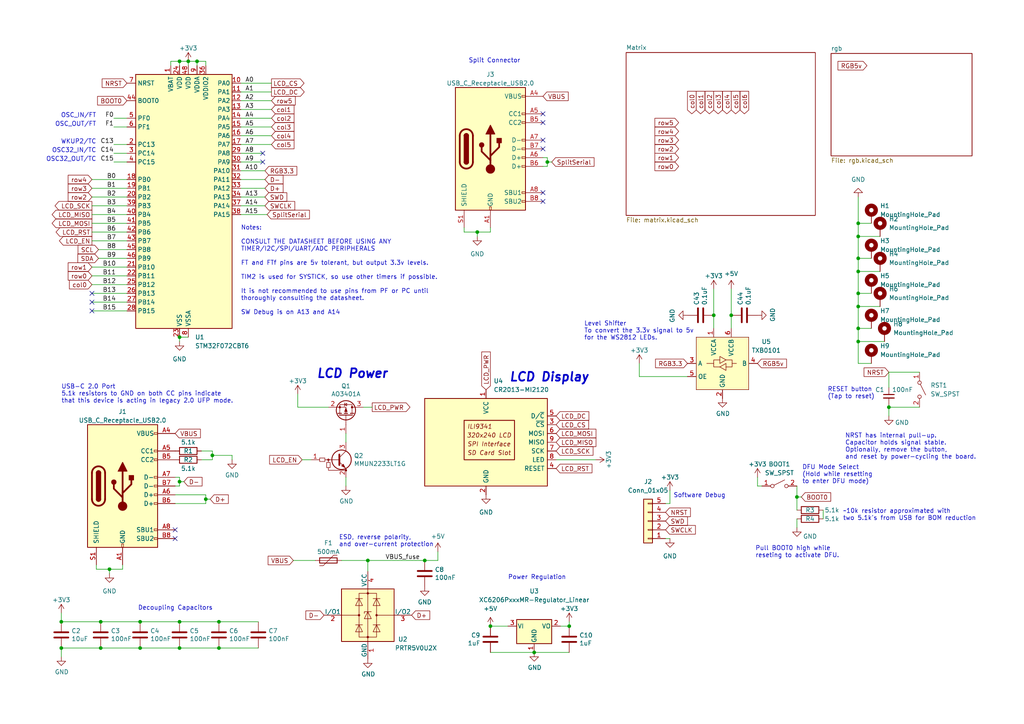
<source format=kicad_sch>
(kicad_sch (version 20231120) (generator "eeschema") (generator_version "8.0")
  (paper "A4")
  (lib_symbols
    (symbol "+5V_1" (power) (pin_names (offset 0))
      (property "Value" "+5V_1" (at 0 3.556 0))
      (symbol "+5V_1_1_1"
        (pin power_in line (at 0 0 90) (length 0) hide (name "+5V") (number "1"))
      )
    )
    (symbol "Connector:USB_C_Receptacle_USB2.0" (pin_names (offset 1.016))
      (property "Reference" "J" (at -10.16 19.05 0))
      (property "Value" "USB_C_Receptacle_USB2.0" (at 19.05 19.05 0))
      (symbol "USB_C_Receptacle_USB2.0_1_1"
        (pin passive line (at 0 -22.86 90) (length 5.08) (name "GND") (number "A1"))
        (pin passive line (at 0 -22.86 90) (length 5.08) hide (name "GND") (number "A12"))
        (pin passive line (at 15.24 15.24 180) (length 5.08) (name "VBUS") (number "A4"))
        (pin bidirectional line (at 15.24 10.16 180) (length 5.08) (name "CC1") (number "A5"))
        (pin bidirectional line (at 15.24 -2.54 180) (length 5.08) (name "D+") (number "A6"))
        (pin bidirectional line (at 15.24 2.54 180) (length 5.08) (name "D-") (number "A7"))
        (pin bidirectional line (at 15.24 -12.7 180) (length 5.08) (name "SBU1") (number "A8"))
        (pin passive line (at 15.24 15.24 180) (length 5.08) hide (name "VBUS") (number "A9"))
        (pin passive line (at 0 -22.86 90) (length 5.08) hide (name "GND") (number "B1"))
        (pin passive line (at 0 -22.86 90) (length 5.08) hide (name "GND") (number "B12"))
        (pin passive line (at 15.24 15.24 180) (length 5.08) hide (name "VBUS") (number "B4"))
        (pin bidirectional line (at 15.24 7.62 180) (length 5.08) (name "CC2") (number "B5"))
        (pin bidirectional line (at 15.24 -5.08 180) (length 5.08) (name "D+") (number "B6"))
        (pin bidirectional line (at 15.24 0 180) (length 5.08) (name "D-") (number "B7"))
        (pin bidirectional line (at 15.24 -15.24 180) (length 5.08) (name "SBU2") (number "B8"))
        (pin passive line (at 15.24 15.24 180) (length 5.08) hide (name "VBUS") (number "B9"))
        (pin passive line (at -7.62 -22.86 90) (length 5.08) (name "SHIELD") (number "S1"))
      )
    )
    (symbol "Connector_Generic:Conn_01x05" (pin_names (offset 1.016) hide)
      (property "Reference" "J" (at 0 7.62 0))
      (property "Value" "Conn_01x05" (at 0 -7.62 0))
      (symbol "Conn_01x05_1_1"
        (pin passive line (at -5.08 5.08 0) (length 3.81) (name "Pin_1") (number "1"))
        (pin passive line (at -5.08 2.54 0) (length 3.81) (name "Pin_2") (number "2"))
        (pin passive line (at -5.08 0 0) (length 3.81) (name "Pin_3") (number "3"))
        (pin passive line (at -5.08 -2.54 0) (length 3.81) (name "Pin_4") (number "4"))
        (pin passive line (at -5.08 -5.08 0) (length 3.81) (name "Pin_5") (number "5"))
      )
    )
    (symbol "Device:C" (pin_numbers hide) (pin_names (offset 0.254))
      (property "Reference" "C" (at 0.635 2.54 0))
      (property "Value" "C" (at 0.635 -2.54 0))
      (symbol "C_1_1"
        (pin passive line (at 0 3.81 270) (length 2.794) (name "~") (number "1"))
        (pin passive line (at 0 -3.81 90) (length 2.794) (name "~") (number "2"))
      )
    )
    (symbol "Device:C_Small" (pin_numbers hide) (pin_names (offset 0.254) hide)
      (property "Reference" "C" (at 0.254 1.778 0))
      (property "Value" "C_Small" (at 0.254 -2.032 0))
      (symbol "C_Small_1_1"
        (pin passive line (at 0 2.54 270) (length 2.032) (name "~") (number "1"))
        (pin passive line (at 0 -2.54 90) (length 2.032) (name "~") (number "2"))
      )
    )
    (symbol "Device:Polyfuse" (pin_numbers hide) (pin_names (offset 0))
      (property "Reference" "F" (at -2.54 0 90))
      (property "Value" "Polyfuse" (at 2.54 0 90))
      (symbol "Polyfuse_1_1"
        (pin passive line (at 0 3.81 270) (length 1.27) (name "~") (number "1"))
        (pin passive line (at 0 -3.81 90) (length 1.27) (name "~") (number "2"))
      )
    )
    (symbol "Device:Q_NPN_BEC_BRT" (pin_names hide)
      (property "Reference" "Q" (at 3.81 1.27 0))
      (property "Value" "Q_NPN_BEC_BRT" (at 3.81 -1.27 0))
      (symbol "Q_NPN_BEC_BRT_1_1"
        (pin input line (at -8.89 0 0) (length 2.54) (name "B") (number "1"))
        (pin passive line (at 1.27 -5.08 90) (length 2.54) (name "E") (number "2"))
        (pin passive line (at 1.27 5.08 270) (length 2.54) (name "C") (number "3"))
      )
    )
    (symbol "Device:R" (pin_numbers hide) (pin_names (offset 0))
      (property "Reference" "R" (at 2.032 0 90))
      (property "Value" "R" (at 0 0 90))
      (symbol "R_1_1"
        (pin passive line (at 0 3.81 270) (length 1.27) (name "~") (number "1"))
        (pin passive line (at 0 -3.81 90) (length 1.27) (name "~") (number "2"))
      )
    )
    (symbol "Djinn-rescue:GND-power" (power) (pin_names (offset 0))
      (property "Value" "power_GND" (at 0 -3.81 0))
      (symbol "GND-power_1_1"
        (pin power_in line (at 0 0 270) (length 0) hide (name "GND") (number "1"))
      )
    )
    (symbol "Driver_Display:CR2013-MI2120" (pin_names (offset 0.762))
      (property "Reference" "U4" (at 2.1941 17.78 0))
      (property "Value" "CR2013-MI2120" (at 2.1941 15.24 0))
      (symbol "CR2013-MI2120_0_0"
        (text "320x240 LCD" (at 0.889 2.032 0) (effects (font (size 1.27 1.27) (italic yes))))
        (text "ILI9341" (at -5.461 4.572 0) (effects (font (size 1.27 1.27) (italic yes)) (justify left)))
        (text "SD Card Slot" (at -5.461 -3.048 0) (effects (font (size 1.27 1.27) (italic yes)) (justify left)))
        (text "SPI Interface" (at -5.461 -0.508 0) (effects (font (size 1.27 1.27) (italic yes)) (justify left)))
      )
      (symbol "CR2013-MI2120_1_1"
        (pin power_in line (at 0 15.24 270) (length 2.54) (name "VCC") (number "1"))
        (pin power_in line (at 0 -15.24 90) (length 2.54) (name "GND") (number "2"))
        (pin input line (at 20.32 5.08 180) (length 2.54) (name "~{CS}") (number "3"))
        (pin input line (at 20.32 -7.62 180) (length 2.54) (name "RESET") (number "4"))
        (pin input line (at 20.32 7.62 180) (length 2.54) (name "D/~{C}") (number "5"))
        (pin input line (at 20.32 2.54 180) (length 2.54) (name "MOSI") (number "6"))
        (pin input line (at 20.32 -2.54 180) (length 2.54) (name "SCK") (number "7"))
        (pin input line (at 20.32 -5.08 180) (length 2.54) (name "LED") (number "8"))
        (pin output line (at 20.32 0 180) (length 2.54) (name "MISO") (number "9"))
      )
    )
    (symbol "GND_1" (power) (pin_numbers hide) (pin_names (offset 0) hide)
      (property "Value" "GND" (at 0 -3.81 0))
      (symbol "GND_1_1_1"
        (pin power_in line (at 0 0 270) (length 0) (name "~") (number "1"))
      )
    )
    (symbol "MCU_ST_STM32F0:STM32F072CBTx"
      (property "Reference" "U" (at -12.7 39.37 0))
      (property "Value" "STM32F072CBTx" (at 10.16 39.37 0))
      (symbol "STM32F072CBTx_1_1"
        (pin power_in line (at -2.54 40.64 270) (length 2.54) (name "VBAT") (number "1"))
        (pin bidirectional line (at 17.78 35.56 180) (length 2.54) (name "PA0") (number "10"))
        (pin bidirectional line (at 17.78 33.02 180) (length 2.54) (name "PA1") (number "11"))
        (pin bidirectional line (at 17.78 30.48 180) (length 2.54) (name "PA2") (number "12"))
        (pin bidirectional line (at 17.78 27.94 180) (length 2.54) (name "PA3") (number "13"))
        (pin bidirectional line (at 17.78 25.4 180) (length 2.54) (name "PA4") (number "14"))
        (pin bidirectional line (at 17.78 22.86 180) (length 2.54) (name "PA5") (number "15"))
        (pin bidirectional line (at 17.78 20.32 180) (length 2.54) (name "PA6") (number "16"))
        (pin bidirectional line (at 17.78 17.78 180) (length 2.54) (name "PA7") (number "17"))
        (pin bidirectional line (at -15.24 7.62 0) (length 2.54) (name "PB0") (number "18"))
        (pin bidirectional line (at -15.24 5.08 0) (length 2.54) (name "PB1") (number "19"))
        (pin bidirectional line (at -15.24 17.78 0) (length 2.54) (name "PC13") (number "2"))
        (pin bidirectional line (at -15.24 2.54 0) (length 2.54) (name "PB2") (number "20"))
        (pin bidirectional line (at -15.24 -17.78 0) (length 2.54) (name "PB10") (number "21"))
        (pin bidirectional line (at -15.24 -20.32 0) (length 2.54) (name "PB11") (number "22"))
        (pin power_in line (at 0 -38.1 90) (length 2.54) (name "VSS") (number "23"))
        (pin power_in line (at 0 40.64 270) (length 2.54) (name "VDD") (number "24"))
        (pin bidirectional line (at -15.24 -22.86 0) (length 2.54) (name "PB12") (number "25"))
        (pin bidirectional line (at -15.24 -25.4 0) (length 2.54) (name "PB13") (number "26"))
        (pin bidirectional line (at -15.24 -27.94 0) (length 2.54) (name "PB14") (number "27"))
        (pin bidirectional line (at -15.24 -30.48 0) (length 2.54) (name "PB15") (number "28"))
        (pin bidirectional line (at 17.78 15.24 180) (length 2.54) (name "PA8") (number "29"))
        (pin bidirectional line (at -15.24 15.24 0) (length 2.54) (name "PC14") (number "3"))
        (pin bidirectional line (at 17.78 12.7 180) (length 2.54) (name "PA9") (number "30"))
        (pin bidirectional line (at 17.78 10.16 180) (length 2.54) (name "PA10") (number "31"))
        (pin bidirectional line (at 17.78 7.62 180) (length 2.54) (name "PA11") (number "32"))
        (pin bidirectional line (at 17.78 5.08 180) (length 2.54) (name "PA12") (number "33"))
        (pin bidirectional line (at 17.78 2.54 180) (length 2.54) (name "PA13") (number "34"))
        (pin passive line (at 0 -38.1 90) (length 2.54) hide (name "VSS") (number "35"))
        (pin power_in line (at 7.62 40.64 270) (length 2.54) (name "VDDIO2") (number "36"))
        (pin bidirectional line (at 17.78 0 180) (length 2.54) (name "PA14") (number "37"))
        (pin bidirectional line (at 17.78 -2.54 180) (length 2.54) (name "PA15") (number "38"))
        (pin bidirectional line (at -15.24 0 0) (length 2.54) (name "PB3") (number "39"))
        (pin bidirectional line (at -15.24 12.7 0) (length 2.54) (name "PC15") (number "4"))
        (pin bidirectional line (at -15.24 -2.54 0) (length 2.54) (name "PB4") (number "40"))
        (pin bidirectional line (at -15.24 -5.08 0) (length 2.54) (name "PB5") (number "41"))
        (pin bidirectional line (at -15.24 -7.62 0) (length 2.54) (name "PB6") (number "42"))
        (pin bidirectional line (at -15.24 -10.16 0) (length 2.54) (name "PB7") (number "43"))
        (pin input line (at -15.24 30.48 0) (length 2.54) (name "BOOT0") (number "44"))
        (pin bidirectional line (at -15.24 -12.7 0) (length 2.54) (name "PB8") (number "45"))
        (pin bidirectional line (at -15.24 -15.24 0) (length 2.54) (name "PB9") (number "46"))
        (pin passive line (at 0 -38.1 90) (length 2.54) hide (name "VSS") (number "47"))
        (pin power_in line (at 2.54 40.64 270) (length 2.54) (name "VDD") (number "48"))
        (pin bidirectional line (at -15.24 25.4 0) (length 2.54) (name "PF0") (number "5"))
        (pin bidirectional line (at -15.24 22.86 0) (length 2.54) (name "PF1") (number "6"))
        (pin input line (at -15.24 35.56 0) (length 2.54) (name "NRST") (number "7"))
        (pin power_in line (at 2.54 -38.1 90) (length 2.54) (name "VSSA") (number "8"))
        (pin power_in line (at 5.08 40.64 270) (length 2.54) (name "VDDA") (number "9"))
      )
    )
    (symbol "Mechanical:MountingHole_Pad" (pin_numbers hide) (pin_names (offset 1.016) hide) (exclude_from_sim yes) (in_bom no)
      (property "Reference" "H" (at 0 6.35 0))
      (property "Value" "MountingHole_Pad" (at 0 4.445 0))
      (symbol "MountingHole_Pad_1_1"
        (pin input line (at 0 -2.54 90) (length 2.54) (name "1") (number "1"))
      )
    )
    (symbol "PCM_marbastlib-various:TXB0101"
      (property "Reference" "U" (at -6.35 11.43 0))
      (property "Value" "TXB0101" (at 3.81 11.43 0))
      (symbol "TXB0101_1_1"
        (pin power_in line (at -2.54 12.7 270) (length 2.54) (name "VCCA") (number "1"))
        (pin power_in line (at 0 -7.62 90) (length 2.54) (name "GND") (number "2"))
        (pin bidirectional line (at -10.16 2.54 0) (length 2.54) (name "A") (number "3"))
        (pin bidirectional line (at 10.16 2.54 180) (length 2.54) (name "B") (number "4"))
        (pin input line (at -10.16 -1.27 0) (length 2.54) (name "OE") (number "5"))
        (pin power_in line (at 2.54 12.7 270) (length 2.54) (name "VCCB") (number "6"))
      )
    )
    (symbol "Power_Protection:PRTR5V0U2X" (pin_names (offset 0))
      (property "Reference" "D" (at 2.794 8.636 0))
      (property "Value" "PRTR5V0U2X" (at 8.128 -9.398 0))
      (symbol "PRTR5V0U2X_1_1"
        (pin passive line (at 0 -12.7 90) (length 5.08) (name "GND") (number "1"))
        (pin passive line (at -12.7 0 0) (length 5.08) (name "I/O1") (number "2"))
        (pin passive line (at 12.7 0 180) (length 5.08) (name "I/O2") (number "3"))
        (pin passive line (at 0 12.7 270) (length 5.08) (name "VCC") (number "4"))
      )
    )
    (symbol "Switch:SW_SPST" (pin_names (offset 0) hide)
      (property "Reference" "SW" (at 0 3.175 0))
      (property "Value" "SW_SPST" (at 0 -2.54 0))
      (symbol "SW_SPST_1_1"
        (pin passive line (at -5.08 0 0) (length 2.54) (name "A") (number "1"))
        (pin passive line (at 5.08 0 180) (length 2.54) (name "B") (number "2"))
      )
    )
    (symbol "Transistor_FET:AO3401A" (pin_names hide)
      (property "Reference" "Q" (at 5.08 1.905 0))
      (property "Value" "AO3401A" (at 5.08 0 0))
      (symbol "AO3401A_1_1"
        (pin input line (at -5.08 0 0) (length 2.54) (name "G") (number "1"))
        (pin passive line (at 2.54 -5.08 90) (length 2.54) (name "S") (number "2"))
        (pin passive line (at 2.54 5.08 270) (length 2.54) (name "D") (number "3"))
      )
    )
    (symbol "kicad-keyboard-parts:XC6206PxxxMR-Regulator_Linear" (pin_names (offset 0.254))
      (property "Reference" "U" (at -3.81 3.175 0))
      (property "Value" "XC6206PxxxMR-Regulator_Linear" (at 0 3.175 0))
      (property "LCSC" "C5446" (at 0 0 0))
      (symbol "XC6206PxxxMR-Regulator_Linear_1_1"
        (pin power_in line (at 0 -7.62 90) (length 2.54) (name "GND") (number "1"))
        (pin power_out line (at 7.62 0 180) (length 2.54) (name "VO") (number "2"))
        (pin power_in line (at -7.62 0 0) (length 2.54) (name "VI") (number "3"))
      )
    )
    (symbol "power:+3V3" (power) (pin_names (offset 0))
      (property "Value" "+3V3" (at 0 3.556 0))
      (symbol "+3V3_1_1"
        (pin power_in line (at 0 0 90) (length 0) hide (name "+3V3") (number "1"))
      )
    )
    (symbol "power:+5V" (power) (pin_names (offset 0))
      (property "Value" "+5V" (at 0 3.556 0))
      (symbol "+5V_1_1"
        (pin power_in line (at 0 0 90) (length 0) hide (name "+5V") (number "1"))
      )
    )
    (symbol "power:GND" (power) (pin_names (offset 0))
      (property "Value" "GND" (at 0 -3.81 0))
      (symbol "GND_1_1"
        (pin power_in line (at 0 0 270) (length 0) hide (name "GND") (number "1"))
      )
    )
  )
  (junction (at 17.78 180.34))
  (junction (at 248.92 74.93))
  (junction (at 207.01 91.44))
  (junction (at 138.43 67.31))
  (junction (at 61.595 132.08))
  (junction (at 52.07 17.78))
  (junction (at 54.61 17.78))
  (junction (at 59.69 144.78))
  (junction (at 52.07 139.7))
  (junction (at 248.92 95.25))
  (junction (at 52.07 180.34))
  (junction (at 106.68 162.56))
  (junction (at 17.78 187.96))
  (junction (at 52.07 97.79))
  (junction (at 29.21 180.34))
  (junction (at 248.92 78.74))
  (junction (at 63.5 180.34))
  (junction (at 248.92 64.77))
  (junction (at 29.21 187.96))
  (junction (at 248.92 88.9))
  (junction (at 231.14 144.145))
  (junction (at 212.09 91.44))
  (junction (at 248.92 85.09))
  (junction (at 40.64 180.34))
  (junction (at 154.94 189.23) (diameter 0.9144))
  (junction (at 40.64 187.96))
  (junction (at 123.19 162.56))
  (junction (at 63.5 187.96))
  (junction (at 57.15 17.78))
  (junction (at 52.07 187.96))
  (junction (at 257.81 118.11))
  (junction (at 165.1 181.61))
  (junction (at 248.92 99.06))
  (junction (at 31.75 165.1))
  (junction (at 248.92 68.58))
  (junction (at 142.24 181.61))
  (junction (at 158.75 46.99))
  (no_connect (at 76.2 46.99))
  (no_connect (at 157.48 43.18))
  (no_connect (at 50.8 153.67))
  (no_connect (at 157.48 58.42))
  (no_connect (at 26.67 90.17))
  (no_connect (at 50.8 156.21))
  (no_connect (at 26.67 87.63))
  (no_connect (at 157.48 33.02))
  (no_connect (at 157.48 35.56))
  (no_connect (at 157.48 40.64))
  (no_connect (at 157.48 55.88))
  (no_connect (at 26.67 85.09))
  (no_connect (at 76.2 44.45))
  (wire (pts (xy 248.92 88.9) (xy 248.92 85.09)))
  (wire (pts (xy 69.85 44.45) (xy 76.2 44.45)))
  (wire (pts (xy 69.85 39.37) (xy 78.74 39.37)))
  (wire (pts (xy 63.5 187.96) (xy 74.93 187.96)))
  (wire (pts (xy 123.19 162.56) (xy 127 162.56)))
  (wire (pts (xy 248.92 95.25) (xy 248.92 88.9)))
  (wire (pts (xy 138.43 68.58) (xy 138.43 67.31)))
  (wire (pts (xy 17.78 177.8) (xy 17.78 180.34)))
  (wire (pts (xy 26.67 80.01) (xy 36.83 80.01)))
  (wire (pts (xy 248.92 57.15) (xy 248.92 64.77)))
  (wire (pts (xy 100.33 125.73) (xy 100.33 128.27)))
  (wire (pts (xy 127 160.02) (xy 127 162.56)))
  (wire (pts (xy 40.64 180.34) (xy 29.21 180.34)))
  (wire (pts (xy 52.07 138.43) (xy 52.07 139.7)))
  (wire (pts (xy 67.31 132.08) (xy 67.31 133.35)))
  (wire (pts (xy 207.01 83.82) (xy 207.01 91.44)))
  (wire (pts (xy 69.85 57.15) (xy 76.835 57.15)))
  (wire (pts (xy 248.92 74.93) (xy 248.92 68.58)))
  (wire (pts (xy 248.92 78.74) (xy 248.92 74.93)))
  (wire (pts (xy 59.69 146.05) (xy 59.69 144.78)))
  (wire (pts (xy 50.8 143.51) (xy 59.69 143.51)))
  (wire (pts (xy 33.02 44.45) (xy 36.83 44.45)))
  (wire (pts (xy 26.67 77.47) (xy 36.83 77.47)))
  (wire (pts (xy 26.67 54.61) (xy 36.83 54.61)))
  (wire (pts (xy 26.67 52.07) (xy 36.83 52.07)))
  (wire (pts (xy 29.21 180.34) (xy 17.78 180.34)))
  (wire (pts (xy 40.64 187.96) (xy 52.07 187.96)))
  (wire (pts (xy 194.31 142.24) (xy 194.31 146.05)))
  (wire (pts (xy 52.07 17.78) (xy 52.07 19.05)))
  (wire (pts (xy 17.78 190.5) (xy 17.78 187.96)))
  (wire (pts (xy 69.85 54.61) (xy 76.835 54.61)))
  (wire (pts (xy 185.42 109.22) (xy 199.39 109.22)))
  (wire (pts (xy 33.02 36.83) (xy 36.83 36.83)))
  (wire (pts (xy 61.595 133.35) (xy 61.595 132.08)))
  (wire (pts (xy 248.92 99.06) (xy 248.92 105.41)))
  (wire (pts (xy 248.92 105.41) (xy 252.73 105.41)))
  (wire (pts (xy 28.575 72.39) (xy 36.83 72.39)))
  (wire (pts (xy 26.67 57.15) (xy 36.83 57.15)))
  (wire (pts (xy 134.62 67.31) (xy 138.43 67.31)))
  (wire (pts (xy 86.36 114.3) (xy 86.36 118.11)))
  (wire (pts (xy 33.02 46.99) (xy 36.83 46.99)))
  (wire (pts (xy 154.94 189.23) (xy 165.1 189.23)))
  (wire (pts (xy 231.14 140.97) (xy 231.14 144.145)))
  (wire (pts (xy 52.07 99.06) (xy 52.07 97.79)))
  (wire (pts (xy 26.67 85.09) (xy 36.83 85.09)))
  (wire (pts (xy 248.92 78.74) (xy 255.27 78.74)))
  (wire (pts (xy 61.595 132.08) (xy 67.31 132.08)))
  (wire (pts (xy 26.67 67.31) (xy 36.83 67.31)))
  (wire (pts (xy 165.1 180.34) (xy 165.1 181.61)))
  (wire (pts (xy 69.85 62.23) (xy 77.47 62.23)))
  (wire (pts (xy 52.07 97.79) (xy 54.61 97.79)))
  (wire (pts (xy 69.85 49.53) (xy 76.835 49.53)))
  (wire (pts (xy 52.07 180.34) (xy 63.5 180.34)))
  (wire (pts (xy 248.92 95.25) (xy 248.92 99.06)))
  (wire (pts (xy 194.31 146.05) (xy 193.04 146.05)))
  (wire (pts (xy 157.48 45.72) (xy 158.75 45.72)))
  (wire (pts (xy 26.67 62.23) (xy 36.83 62.23)))
  (wire (pts (xy 49.53 17.78) (xy 52.07 17.78)))
  (wire (pts (xy 26.67 64.77) (xy 36.83 64.77)))
  (wire (pts (xy 50.8 146.05) (xy 59.69 146.05)))
  (wire (pts (xy 100.33 138.43) (xy 100.33 140.97)))
  (wire (pts (xy 69.85 34.29) (xy 78.74 34.29)))
  (wire (pts (xy 238.76 147.955) (xy 238.76 150.495)))
  (wire (pts (xy 52.07 139.7) (xy 52.07 140.97)))
  (wire (pts (xy 69.85 59.69) (xy 76.835 59.69)))
  (wire (pts (xy 26.67 82.55) (xy 36.83 82.55)))
  (wire (pts (xy 52.07 17.78) (xy 54.61 17.78)))
  (wire (pts (xy 185.42 109.22) (xy 185.42 105.41)))
  (wire (pts (xy 212.09 83.82) (xy 212.09 91.44)))
  (wire (pts (xy 49.53 17.78) (xy 49.53 19.05)))
  (wire (pts (xy 256.54 99.06) (xy 248.92 99.06)))
  (wire (pts (xy 33.02 41.91) (xy 36.83 41.91)))
  (wire (pts (xy 142.24 181.61) (xy 147.32 181.61)))
  (wire (pts (xy 162.56 181.61) (xy 165.1 181.61)))
  (wire (pts (xy 85.09 162.56) (xy 91.44 162.56)))
  (wire (pts (xy 40.64 187.96) (xy 29.21 187.96)))
  (wire (pts (xy 257.81 107.95) (xy 257.81 112.395)))
  (wire (pts (xy 231.14 144.145) (xy 231.14 147.955)))
  (wire (pts (xy 90.17 133.35) (xy 87.63 133.35)))
  (wire (pts (xy 26.67 87.63) (xy 36.83 87.63)))
  (wire (pts (xy 50.8 140.97) (xy 52.07 140.97)))
  (wire (pts (xy 158.75 46.99) (xy 160.02 46.99)))
  (wire (pts (xy 231.14 150.495) (xy 231.14 153.035)))
  (wire (pts (xy 257.81 107.95) (xy 266.7 107.95)))
  (wire (pts (xy 134.62 66.04) (xy 134.62 67.31)))
  (wire (pts (xy 29.21 187.96) (xy 17.78 187.96)))
  (wire (pts (xy 69.85 24.13) (xy 78.74 24.13)))
  (wire (pts (xy 257.81 118.11) (xy 266.7 118.11)))
  (wire (pts (xy 35.56 165.1) (xy 35.56 163.83)))
  (wire (pts (xy 59.69 143.51) (xy 59.69 144.78)))
  (wire (pts (xy 193.04 156.21) (xy 194.31 156.21)))
  (wire (pts (xy 248.92 88.9) (xy 255.27 88.9)))
  (wire (pts (xy 69.85 29.21) (xy 78.74 29.21)))
  (wire (pts (xy 27.94 165.1) (xy 31.75 165.1)))
  (wire (pts (xy 106.68 162.56) (xy 123.19 162.56)))
  (wire (pts (xy 69.85 46.99) (xy 76.2 46.99)))
  (wire (pts (xy 158.75 48.26) (xy 158.75 46.99)))
  (wire (pts (xy 248.92 64.77) (xy 252.73 64.77)))
  (wire (pts (xy 40.64 180.34) (xy 52.07 180.34)))
  (wire (pts (xy 231.14 144.145) (xy 232.41 144.145)))
  (wire (pts (xy 52.07 139.7) (xy 53.34 139.7)))
  (wire (pts (xy 57.15 17.78) (xy 54.61 17.78)))
  (wire (pts (xy 59.69 144.78) (xy 60.96 144.78)))
  (wire (pts (xy 158.75 45.72) (xy 158.75 46.99)))
  (wire (pts (xy 59.69 17.78) (xy 59.69 19.05)))
  (wire (pts (xy 69.85 36.83) (xy 78.74 36.83)))
  (wire (pts (xy 154.94 189.23) (xy 142.24 189.23)))
  (wire (pts (xy 28.575 74.93) (xy 36.83 74.93)))
  (wire (pts (xy 50.8 138.43) (xy 52.07 138.43)))
  (wire (pts (xy 69.85 31.75) (xy 78.74 31.75)))
  (wire (pts (xy 54.61 17.78) (xy 54.61 19.05)))
  (wire (pts (xy 220.98 140.97) (xy 219.71 140.97)))
  (wire (pts (xy 63.5 180.34) (xy 74.93 180.34)))
  (wire (pts (xy 31.75 165.1) (xy 35.56 165.1)))
  (wire (pts (xy 26.67 59.69) (xy 36.83 59.69)))
  (wire (pts (xy 248.92 68.58) (xy 255.27 68.58)))
  (wire (pts (xy 207.01 91.44) (xy 207.01 95.25)))
  (wire (pts (xy 69.85 52.07) (xy 76.835 52.07)))
  (wire (pts (xy 33.02 34.29) (xy 36.83 34.29)))
  (wire (pts (xy 31.75 166.37) (xy 31.75 165.1)))
  (wire (pts (xy 105.41 118.11) (xy 107.95 118.11)))
  (wire (pts (xy 57.15 17.78) (xy 57.15 19.05)))
  (wire (pts (xy 142.24 67.31) (xy 142.24 66.04)))
  (wire (pts (xy 86.36 118.11) (xy 95.25 118.11)))
  (wire (pts (xy 58.42 133.35) (xy 61.595 133.35)))
  (wire (pts (xy 252.73 95.25) (xy 248.92 95.25)))
  (wire (pts (xy 69.85 41.91) (xy 78.74 41.91)))
  (wire (pts (xy 52.07 187.96) (xy 63.5 187.96)))
  (wire (pts (xy 27.94 163.83) (xy 27.94 165.1)))
  (wire (pts (xy 257.81 118.11) (xy 257.81 117.475)))
  (wire (pts (xy 248.92 74.93) (xy 252.73 74.93)))
  (wire (pts (xy 138.43 67.31) (xy 142.24 67.31)))
  (wire (pts (xy 212.09 91.44) (xy 212.09 95.25)))
  (wire (pts (xy 26.67 90.17) (xy 36.83 90.17)))
  (wire (pts (xy 58.42 130.81) (xy 61.595 130.81)))
  (wire (pts (xy 248.92 85.09) (xy 248.92 78.74)))
  (wire (pts (xy 248.92 68.58) (xy 248.92 64.77)))
  (wire (pts (xy 257.81 120.65) (xy 257.81 118.11)))
  (wire (pts (xy 161.29 133.35) (xy 172.72 133.35)))
  (wire (pts (xy 219.71 138.43) (xy 219.71 140.97)))
  (wire (pts (xy 106.68 162.56) (xy 106.68 165.735)))
  (wire (pts (xy 99.06 162.56) (xy 106.68 162.56)))
  (wire (pts (xy 26.67 69.85) (xy 36.83 69.85)))
  (wire (pts (xy 61.595 132.08) (xy 61.595 130.81)))
  (wire (pts (xy 157.48 48.26) (xy 158.75 48.26)))
  (wire (pts (xy 69.85 26.67) (xy 78.74 26.67)))
  (wire (pts (xy 248.92 85.09) (xy 252.73 85.09)))
  (wire (pts (xy 57.15 17.78) (xy 59.69 17.78)))
  (text "Decoupling Capacitors" (at 40.005 177.165 0) (effects (font (size 1.27 1.27)) (justify left bottom)))
  (text "~10k resistor approximated with\ntwo 5.1k's from USB for BOM reduction" (at 244.475 151.13 0) (effects (font (size 1.27 1.27)) (justify left bottom)))
  (text "LCD Power" (at 91.694 109.982 0) (effects (font (size 2.54 2.54) (thickness 0.508) (bold yes) (italic yes)) (justify left bottom)))
  (text "Notes:\n\nCONSULT THE DATASHEET BEFORE USING ANY \nTIMER/I2C/SPI/UART/ADC PERIPHERALS\n\nFT and FTf pins are 5v tolerant, but output 3.3v levels.\n\nTIM2 is used for SYSTICK, so use other timers if possible.\n\nIt is not recommended to use pins from PF or PC until\nthoroughly consulting the datasheet.\n\nSW Debug is on A13 and A14" (at 69.85 91.44 0) (effects (font (size 1.27 1.27)) (justify left bottom)))
  (text "RESET button\n(Tap to reset)" (at 240.03 115.824 0) (effects (font (size 1.27 1.27)) (justify left bottom)))
  (text "Power Regulation" (at 147.32 168.275 0) (effects (font (size 1.27 1.27)) (justify left bottom)))
  (text "OSC_IN/FT" (at 27.94 34.29 0) (effects (font (size 1.27 1.27)) (justify right bottom)))
  (text "OSC32_OUT/TC" (at 27.94 46.99 0) (effects (font (size 1.27 1.27)) (justify right bottom)))
  (text "USB-C 2.0 Port\n5.1k resistors to GND on both CC pins indicate\nthat this device is acting in legacy 2.0 UFP mode." (at 17.78 117.094 0) (effects (font (size 1.27 1.27)) (justify left bottom)))
  (text "WKUP2/TC" (at 27.94 41.91 0) (effects (font (size 1.27 1.27)) (justify right bottom)))
  (text "OSC_OUT/FT" (at 27.94 36.83 0) (effects (font (size 1.27 1.27)) (justify right bottom)))
  (text "ESD, reverse polarity,\nand over-current protection" (at 98.298 158.75 0) (effects (font (size 1.27 1.27)) (justify left bottom)))
  (text "Split Connector" (at 135.89 18.415 0) (effects (font (size 1.27 1.27)) (justify left bottom)))
  (text "Software Debug" (at 195.326 144.526 0) (effects (font (size 1.27 1.27)) (justify left bottom)))
  (text "NRST has internal pull-up.\nCapacitor holds signal stable.\nOptionally, remove the button,\nand reset by power-cycling the board." (at 245.11 133.35 0) (effects (font (size 1.27 1.27)) (justify left bottom)))
  (text "OSC32_IN/TC" (at 27.94 44.45 0) (effects (font (size 1.27 1.27)) (justify right bottom)))
  (text "Pull BOOT0 high while \nreseting to activate DFU." (at 219.075 161.925 0) (effects (font (size 1.27 1.27)) (justify left bottom)))
  (text "Level Shifter\nTo convert the 3.3v signal to 5v\nfor the WS2812 LEDs." (at 169.418 98.806 0) (effects (font (size 1.27 1.27)) (justify left bottom)))
  (text "LCD Display" (at 147.574 110.998 0) (effects (font (size 2.54 2.54) (thickness 0.508) (bold yes) (italic yes)) (justify left bottom)))
  (text "DFU Mode Select\n(Hold while resetting\nto enter DFU mode)" (at 232.664 140.462 0) (effects (font (size 1.27 1.27)) (justify left bottom)))
  (label "A0" (at 71.12 24.13 0))
  (label "B11" (at 33.655 80.01 180))
  (label "C13" (at 33.02 41.91 180))
  (label "A6" (at 71.12 39.37 0))
  (label "B4" (at 33.655 62.23 180))
  (label "A7" (at 71.12 41.91 0))
  (label "A4" (at 71.12 34.29 0))
  (label "B2" (at 33.655 57.15 180))
  (label "B8" (at 33.655 72.39 180))
  (label "F0" (at 33.02 34.29 180))
  (label "B13" (at 33.655 85.09 180))
  (label "A3" (at 71.12 31.75 0))
  (label "A10" (at 71.12 49.53 0))
  (label "A9" (at 71.12 46.99 0))
  (label "C14" (at 33.02 44.45 180))
  (label "A2" (at 71.12 29.21 0))
  (label "B5" (at 33.655 64.77 180))
  (label "B0" (at 33.655 52.07 180))
  (label "F1" (at 33.02 36.83 180))
  (label "C15" (at 33.02 46.99 180))
  (label "A8" (at 71.12 44.45 0))
  (label "B1" (at 33.655 54.61 180))
  (label "B7" (at 33.655 69.85 180))
  (label "B10" (at 33.655 77.47 180))
  (label "B9" (at 33.655 74.93 180))
  (label "B6" (at 33.655 67.31 180))
  (label "A13" (at 71.12 57.15 0))
  (label "VBUS_fuse" (at 111.76 162.56 0))
  (label "A1" (at 71.12 26.67 0))
  (label "B3" (at 33.655 59.69 180))
  (label "B15" (at 33.655 90.17 180))
  (label "A5" (at 71.12 36.83 0))
  (label "B14" (at 33.655 87.63 180))
  (label "A15" (at 71.12 62.23 0))
  (label "A14" (at 71.12 59.69 0))
  (label "B12" (at 33.655 82.55 180))
  (global_label "RGB5v" (shape input) (at 219.71 105.41 0) (property "Intersheetrefs" "${INTERSHEET_REFS}" (effects (hide yes))))
  (global_label "SDA" (shape input) (at 28.575 74.93 180) (property "Intersheetrefs" "${INTERSHEET_REFS}" (effects (hide yes))))
  (global_label "LCD_MISO" (shape input) (at 161.29 128.27 0) (property "Intersheetrefs" "${INTERSHEET_REFS}" (effects (hide yes))))
  (global_label "VBUS" (shape input) (at 157.48 27.94 0) (property "Intersheetrefs" "${INTERSHEET_REFS}" (effects (hide yes))))
  (global_label "col3" (shape input) (at 78.74 36.83 0) (property "Intersheetrefs" "${INTERSHEET_REFS}" (effects (hide yes))))
  (global_label "SWD" (shape input) (at 76.835 57.15 0) (property "Intersheetrefs" "${INTERSHEET_REFS}" (effects (hide yes))))
  (global_label "row1" (shape input) (at 196.85 45.72 180) (property "Intersheetrefs" "${INTERSHEET_REFS}" (effects (hide yes))))
  (global_label "LCD_EN" (shape output) (at 26.67 69.85 180) (property "Intersheetrefs" "${INTERSHEET_REFS}" (effects (hide yes))))
  (global_label "row2" (shape input) (at 196.85 43.18 180) (property "Intersheetrefs" "${INTERSHEET_REFS}" (effects (hide yes))))
  (global_label "RGB3.3" (shape input) (at 199.39 105.41 180) (property "Intersheetrefs" "${INTERSHEET_REFS}" (effects (hide yes))))
  (global_label "LCD_PWR" (shape input) (at 140.97 113.03 90) (property "Intersheetrefs" "${INTERSHEET_REFS}" (effects (hide yes))))
  (global_label "SWCLK" (shape input) (at 193.04 153.67 0) (property "Intersheetrefs" "${INTERSHEET_REFS}" (effects (hide yes))))
  (global_label "row5" (shape input) (at 78.74 29.21 0) (property "Intersheetrefs" "${INTERSHEET_REFS}" (effects (hide yes))))
  (global_label "NRST" (shape input) (at 257.81 107.95 180) (property "Intersheetrefs" "${INTERSHEET_REFS}" (effects (hide yes))))
  (global_label "SCL" (shape input) (at 28.575 72.39 180) (property "Intersheetrefs" "${INTERSHEET_REFS}" (effects (hide yes))))
  (global_label "LCD_RST" (shape output) (at 26.67 67.31 180) (property "Intersheetrefs" "${INTERSHEET_REFS}" (effects (hide yes))))
  (global_label "LCD_CS" (shape output) (at 78.74 24.13 0) (property "Intersheetrefs" "${INTERSHEET_REFS}" (effects (hide yes))))
  (global_label "row0" (shape input) (at 26.67 80.01 180) (property "Intersheetrefs" "${INTERSHEET_REFS}" (effects (hide yes))))
  (global_label "VBUS" (shape input) (at 50.8 125.73 0) (property "Intersheetrefs" "${INTERSHEET_REFS}" (effects (hide yes))))
  (global_label "LCD_CS" (shape input) (at 161.29 123.19 0) (property "Intersheetrefs" "${INTERSHEET_REFS}" (effects (hide yes))))
  (global_label "LCD_PWR" (shape output) (at 107.95 118.11 0) (property "Intersheetrefs" "${INTERSHEET_REFS}" (effects (hide yes))))
  (global_label "col6" (shape input) (at 215.9 33.02 90) (property "Intersheetrefs" "${INTERSHEET_REFS}" (effects (hide yes))))
  (global_label "BOOT0" (shape input) (at 232.41 144.145 0) (property "Intersheetrefs" "${INTERSHEET_REFS}" (effects (hide yes))))
  (global_label "LCD_MOSI" (shape output) (at 26.67 64.77 180) (property "Intersheetrefs" "${INTERSHEET_REFS}" (effects (hide yes))))
  (global_label "col5" (shape input) (at 213.36 33.02 90) (property "Intersheetrefs" "${INTERSHEET_REFS}" (effects (hide yes))))
  (global_label "row2" (shape input) (at 26.67 57.15 180) (property "Intersheetrefs" "${INTERSHEET_REFS}" (effects (hide yes))))
  (global_label "BOOT0" (shape input) (at 36.83 29.21 180) (property "Intersheetrefs" "${INTERSHEET_REFS}" (effects (hide yes))))
  (global_label "row4" (shape input) (at 196.85 38.1 180) (property "Intersheetrefs" "${INTERSHEET_REFS}" (effects (hide yes))))
  (global_label "LCD_SCK" (shape output) (at 26.67 59.69 180) (property "Intersheetrefs" "${INTERSHEET_REFS}" (effects (hide yes))))
  (global_label "row3" (shape input) (at 26.67 54.61 180) (property "Intersheetrefs" "${INTERSHEET_REFS}" (effects (hide yes))))
  (global_label "LCD_MISO" (shape output) (at 26.67 62.23 180) (property "Intersheetrefs" "${INTERSHEET_REFS}" (effects (hide yes))))
  (global_label "SWD" (shape input) (at 193.04 151.13 0) (property "Intersheetrefs" "${INTERSHEET_REFS}" (effects (hide yes))))
  (global_label "RGB5v" (shape input) (at 251.46 19.05 180) (property "Intersheetrefs" "${INTERSHEET_REFS}" (effects (hide yes))))
  (global_label "NRST" (shape input) (at 193.04 148.59 0) (property "Intersheetrefs" "${INTERSHEET_REFS}" (effects (hide yes))))
  (global_label "D-" (shape input) (at 53.34 139.7 0) (property "Intersheetrefs" "${INTERSHEET_REFS}" (effects (hide yes))))
  (global_label "LCD_DC" (shape output) (at 78.74 26.67 0) (property "Intersheetrefs" "${INTERSHEET_REFS}" (effects (hide yes))))
  (global_label "col5" (shape input) (at 78.74 41.91 0) (property "Intersheetrefs" "${INTERSHEET_REFS}" (effects (hide yes))))
  (global_label "col2" (shape input) (at 205.74 33.02 90) (property "Intersheetrefs" "${INTERSHEET_REFS}" (effects (hide yes))))
  (global_label "row5" (shape input) (at 196.85 35.56 180) (property "Intersheetrefs" "${INTERSHEET_REFS}" (effects (hide yes))))
  (global_label "row3" (shape input) (at 196.85 40.64 180) (property "Intersheetrefs" "${INTERSHEET_REFS}" (effects (hide yes))))
  (global_label "NRST" (shape input) (at 36.83 24.13 180) (property "Intersheetrefs" "${INTERSHEET_REFS}" (effects (hide yes))))
  (global_label "LCD_MOSI" (shape input) (at 161.29 125.73 0) (property "Intersheetrefs" "${INTERSHEET_REFS}" (effects (hide yes))))
  (global_label "LCD_DC" (shape input) (at 161.29 120.65 0) (property "Intersheetrefs" "${INTERSHEET_REFS}" (effects (hide yes))))
  (global_label "col1" (shape input) (at 78.74 31.75 0) (property "Intersheetrefs" "${INTERSHEET_REFS}" (effects (hide yes))))
  (global_label "col2" (shape input) (at 78.74 34.29 0) (property "Intersheetrefs" "${INTERSHEET_REFS}" (effects (hide yes))))
  (global_label "col3" (shape input) (at 208.28 33.02 90) (property "Intersheetrefs" "${INTERSHEET_REFS}" (effects (hide yes))))
  (global_label "LCD_EN" (shape input) (at 87.63 133.35 180) (property "Intersheetrefs" "${INTERSHEET_REFS}" (effects (hide yes))))
  (global_label "D-" (shape input) (at 76.835 52.07 0) (property "Intersheetrefs" "${INTERSHEET_REFS}" (effects (hide yes))))
  (global_label "RGB3.3" (shape input) (at 76.835 49.53 0) (property "Intersheetrefs" "${INTERSHEET_REFS}" (effects (hide yes))))
  (global_label "row4" (shape input) (at 26.67 52.07 180) (property "Intersheetrefs" "${INTERSHEET_REFS}" (effects (hide yes))))
  (global_label "SplitSerial" (shape input) (at 77.47 62.23 0) (property "Intersheetrefs" "${INTERSHEET_REFS}" (effects (hide yes))))
  (global_label "col0" (shape input) (at 26.67 82.55 180) (property "Intersheetrefs" "${INTERSHEET_REFS}" (effects (hide yes))))
  (global_label "SWCLK" (shape input) (at 76.835 59.69 0) (property "Intersheetrefs" "${INTERSHEET_REFS}" (effects (hide yes))))
  (global_label "col1" (shape input) (at 203.2 33.02 90) (property "Intersheetrefs" "${INTERSHEET_REFS}" (effects (hide yes))))
  (global_label "D+" (shape input) (at 60.96 144.78 0) (property "Intersheetrefs" "${INTERSHEET_REFS}" (effects (hide yes))))
  (global_label "col4" (shape input) (at 210.82 33.02 90) (property "Intersheetrefs" "${INTERSHEET_REFS}" (effects (hide yes))))
  (global_label "col0" (shape input) (at 200.66 33.02 90) (property "Intersheetrefs" "${INTERSHEET_REFS}" (effects (hide yes))))
  (global_label "D+" (shape input) (at 119.38 178.435 0) (property "Intersheetrefs" "${INTERSHEET_REFS}" (effects (hide yes))))
  (global_label "D-" (shape input) (at 93.98 178.435 180) (property "Intersheetrefs" "${INTERSHEET_REFS}" (effects (hide yes))))
  (global_label "SplitSerial" (shape input) (at 160.02 46.99 0) (property "Intersheetrefs" "${INTERSHEET_REFS}" (effects (hide yes))))
  (global_label "LCD_SCK" (shape input) (at 161.29 130.81 0) (property "Intersheetrefs" "${INTERSHEET_REFS}" (effects (hide yes))))
  (global_label "row1" (shape input) (at 26.67 77.47 180) (property "Intersheetrefs" "${INTERSHEET_REFS}" (effects (hide yes))))
  (global_label "row0" (shape input) (at 196.85 48.26 180) (property "Intersheetrefs" "${INTERSHEET_REFS}" (effects (hide yes))))
  (global_label "LCD_RST" (shape input) (at 161.29 135.89 0) (property "Intersheetrefs" "${INTERSHEET_REFS}" (effects (hide yes))))
  (global_label "D+" (shape input) (at 76.835 54.61 0) (property "Intersheetrefs" "${INTERSHEET_REFS}" (effects (hide yes))))
  (global_label "col4" (shape input) (at 78.74 39.37 0) (property "Intersheetrefs" "${INTERSHEET_REFS}" (effects (hide yes))))
  (global_label "VBUS" (shape input) (at 85.09 162.56 180) (property "Intersheetrefs" "${INTERSHEET_REFS}" (effects (hide yes))))
  (symbol (lib_id "power:+3V3") (at 207.01 83.82 0) (unit 1)
    (property "Reference" "#PWR060" (effects (hide yes)))
    (property "Value" "+3V3" (at 207.01 80.01 0))
  )
  (symbol (lib_id "power:GND") (at 154.94 189.23 0) (unit 1)
    (property "Reference" "#PWR015" (effects (hide yes)))
    (property "Value" "GND" (at 155.067 193.6242 0))
  )
  (symbol (lib_id "power:+5V") (at 142.24 181.61 0) (unit 1)
    (property "Reference" "#PWR013" (effects (hide yes)))
    (property "Value" "+5V" (at 142.24 176.53 0))
  )
  (symbol (lib_id "Device:C") (at 165.1 185.42 0) (unit 1)
    (property "Reference" "C10" (at 168.021 184.2516 0) (effects (justify left)))
    (property "Value" "1uF" (at 168.021 186.563 0) (effects (justify left)))
    (property "Footprint" "Capacitor_SMD:C_0402_1005Metric" (effects (hide yes)))
    (property "LCSC" "C307331" (effects (hide yes)))
  )
  (symbol (lib_id "power:GND") (at 123.19 170.18 0) (unit 1)
    (property "Reference" "#PWR010" (effects (hide yes)))
    (property "Value" "GND" (at 123.19 174.625 0))
  )
  (symbol (lib_id "MCU_ST_STM32F0:STM32F072CBTx") (at 52.07 59.69 0) (unit 1)
    (property "Reference" "U1" (at 56.5659 97.79 0) (effects (justify left)))
    (property "Value" "STM32F072CBT6" (at 56.5659 100.33 0) (effects (justify left)))
    (property "Footprint" "Package_QFP:LQFP-48_7x7mm_P0.5mm" (effects (hide yes)))
    (property "Datasheet" "https://www.st.com/resource/en/datasheet/stm32f072cb.pdf" (effects (hide yes)))
    (property "JlcRotOffset" "90" (effects (hide yes)))
  )
  (symbol (lib_id "Transistor_FET:AO3401A") (at 100.33 120.65 270) (mirror x) (unit 1)
    (property "Reference" "Q1" (at 100.33 111.9632 90))
    (property "Value" "AO3401A" (at 100.33 114.2746 90))
    (property "Footprint" "Package_TO_SOT_SMD:SOT-23-3" (effects (hide yes)))
  )
  (symbol (lib_id "power:+3V3") (at 185.42 105.41 0) (unit 1)
    (property "Reference" "#PWR063" (effects (hide yes)))
    (property "Value" "+3V3" (at 185.42 101.6 0))
  )
  (symbol (lib_id "Device:C") (at 123.19 166.37 0) (unit 1)
    (property "Reference" "C8" (at 126.111 165.2016 0) (effects (justify left)))
    (property "Value" "100nF" (at 126.111 167.513 0) (effects (justify left)))
    (property "Footprint" "Capacitor_SMD:C_0402_1005Metric" (effects (hide yes)))
    (property "LCSC" "C307331" (effects (hide yes)))
  )
  (symbol (lib_id "Driver_Display:CR2013-MI2120") (at 140.97 128.27 0) (unit 1)
    (property "Reference" "U4" (at 143.1641 110.49 0) (effects (justify left)))
    (property "Value" "CR2013-MI2120" (at 143.1641 113.03 0) (effects (justify left)))
    (property "Footprint" "Display:CR2013-MI2120" (effects (hide yes)))
    (property "Datasheet" "http://pan.baidu.com/s/11Y990" (effects (hide yes)))
    (property "Description" "ILI9341 controller, SPI TFT LCD Display, 9-pin breakout PCB, 4-pin SD card interface, 5V/3.3V" (effects (hide yes)))
  )
  (symbol (lib_id "Device:C_Small") (at 257.81 114.935 0) (mirror y) (unit 1)
    (property "Reference" "C1" (at 256.54 113.03 0) (effects (justify left)))
    (property "Value" "100nF" (at 264.795 113.03 0) (effects (justify left)))
    (property "Footprint" "Capacitor_SMD:C_0402_1005Metric" (effects (hide yes)))
    (property "LCSC" "C307331" (effects (hide yes)))
  )
  (symbol (lib_id "Device:R") (at 234.95 147.955 90) (unit 1)
    (property "Reference" "R3" (at 234.95 147.955 90))
    (property "Value" "5.1k" (at 241.3 147.955 90))
    (property "Footprint" "Resistor_SMD:R_0402_1005Metric" (effects (hide yes)))
  )
  (symbol (lib_id "Mechanical:MountingHole_Pad") (at 252.73 102.87 0) (unit 1) (exclude_from_sim yes) (in_bom no)
    (property "Reference" "H9" (at 255.27 100.3299 0) (effects (justify left)))
    (property "Value" "MountingHole_Pad" (at 255.27 102.8699 0) (effects (justify left)))
    (property "Footprint" "MountingHole:MountingHole_3.2mm_M3_DIN965_Pad" (effects (hide yes)))
    (property "Description" "Mounting Hole with connection" (effects (hide yes)))
  )
  (symbol (lib_id "Connector:USB_C_Receptacle_USB2.0") (at 35.56 140.97 0) (unit 1)
    (property "Reference" "J1" (at 35.56 119.38 0))
    (property "Value" "USB_C_Receptacle_USB2.0" (at 35.56 121.92 0))
    (property "Footprint" "PCM_marbastlib-various:USB_C_Receptacle_HRO_TYPE-C-31-M-14" (effects (hide yes)))
    (property "Datasheet" "https://www.usb.org/sites/default/files/documents/usb_type-c.zip" (effects (hide yes)))
    (property "JlcRotOffset" "180" (effects (hide yes)))
    (property "JlcPosOffset" "0,1.5" (effects (hide yes)))
  )
  (symbol (lib_id "Device:C") (at 63.5 184.15 0) (unit 1)
    (property "Reference" "C6" (at 66.421 182.9816 0) (effects (justify left)))
    (property "Value" "100nF" (at 66.421 185.293 0) (effects (justify left)))
    (property "Footprint" "Capacitor_SMD:C_0402_1005Metric" (effects (hide yes)))
    (property "LCSC" "C307331" (effects (hide yes)))
  )
  (symbol (lib_id "Mechanical:MountingHole_Pad") (at 256.54 96.52 0) (unit 1) (exclude_from_sim yes) (in_bom no)
    (property "Reference" "H8" (at 259.08 93.9799 0) (effects (justify left)))
    (property "Value" "MountingHole_Pad" (at 259.08 96.5199 0) (effects (justify left)))
    (property "Footprint" "MountingHole:MountingHole_3.2mm_M3_DIN965_Pad" (effects (hide yes)))
    (property "Description" "Mounting Hole with connection" (effects (hide yes)))
  )
  (symbol (lib_id "Device:C") (at 142.24 185.42 0) (mirror y) (unit 1)
    (property "Reference" "C9" (at 139.319 184.2516 0) (effects (justify left)))
    (property "Value" "1uF" (at 139.319 186.563 0) (effects (justify left)))
    (property "Footprint" "Capacitor_SMD:C_0402_1005Metric" (effects (hide yes)))
    (property "LCSC" "C307331" (effects (hide yes)))
  )
  (symbol (lib_id "Switch:SW_SPST") (at 226.06 140.97 0) (unit 1)
    (property "Reference" "BOOT1" (at 226.06 134.62 0))
    (property "Value" "SW_SPST" (at 226.06 137.16 0))
    (property "Footprint" "Button_Switch_SMD:SW_SPST_TL3342" (effects (hide yes)))
  )
  (symbol (lib_id "Power_Protection:PRTR5V0U2X") (at 106.68 178.435 0) (unit 1)
    (property "Reference" "U2" (at 116.84 185.42 0))
    (property "Value" "PRTR5V0U2X" (at 120.65 187.96 0))
    (property "Footprint" "Package_TO_SOT_SMD:SOT-143" (effects (hide yes)))
    (property "Datasheet" "https://assets.nexperia.com/documents/data-sheet/PRTR5V0U2X.pdf" (effects (hide yes)))
    (property "LCSC" "C2827688" (effects (hide yes)))
    (property "JlcRotOffset" "90" (effects (hide yes)))
  )
  (symbol (lib_id "Mechanical:MountingHole_Pad") (at 252.73 72.39 0) (unit 1) (exclude_from_sim yes) (in_bom no)
    (property "Reference" "H3" (at 255.27 69.8499 0) (effects (justify left)))
    (property "Value" "MountingHole_Pad" (at 255.27 72.3899 0) (effects (justify left)))
    (property "Footprint" "MountingHole:MountingHole_3.2mm_M3_DIN965_Pad" (effects (hide yes)))
    (property "Description" "Mounting Hole with connection" (effects (hide yes)))
  )
  (symbol (lib_name "+5V_1") (lib_id "power:+5V") (at 212.09 83.82 0) (unit 1)
    (property "Reference" "#PWR064" (effects (hide yes)))
    (property "Value" "+5V" (at 212.09 79.375 0))
  )
  (symbol (lib_id "power:+3V3") (at 194.31 142.24 0) (mirror y) (unit 1)
    (property "Reference" "#PWR065" (effects (hide yes)))
    (property "Value" "+3V3" (at 194.31 138.43 0))
  )
  (symbol (lib_id "PCM_marbastlib-various:TXB0101") (at 209.55 107.95 0) (unit 1)
    (property "Reference" "U5" (at 222.25 99.0914 0))
    (property "Value" "TXB0101" (at 222.25 101.6314 0))
    (property "Footprint" "Package_TO_SOT_SMD:SOT-363_SC-70-6_Handsoldering" (effects (hide yes)))
    (property "Datasheet" "https://datasheet.lcsc.com/szlcsc/Texas-Instruments-TI-TXB0101DCKR_C324081.pdf" (effects (hide yes)))
    (property "Description" "1-Bit Bidirectional Voltage-Level Translator" (effects (hide yes)))
    (property "LCSC" "C324081" (effects (hide yes)))
  )
  (symbol (lib_id "Mechanical:MountingHole_Pad") (at 255.27 86.36 0) (unit 1) (exclude_from_sim yes) (in_bom no)
    (property "Reference" "H6" (at 257.81 83.8199 0) (effects (justify left)))
    (property "Value" "MountingHole_Pad" (at 257.81 86.3599 0) (effects (justify left)))
    (property "Footprint" "MountingHole:MountingHole_3.2mm_M3_DIN965_Pad" (effects (hide yes)))
    (property "Description" "Mounting Hole with connection" (effects (hide yes)))
  )
  (symbol (lib_id "power:GND") (at 194.31 156.21 0) (unit 1)
    (property "Reference" "#PWR070" (effects (hide yes)))
    (property "Value" "GND" (at 194.31 161.29 0))
  )
  (symbol (lib_id "power:GND") (at 257.81 120.65 0) (mirror y) (unit 1)
    (property "Reference" "#PWR06" (effects (hide yes)))
    (property "Value" "GND" (at 261.62 122.555 0))
  )
  (symbol (lib_id "Device:Q_NPN_BEC_BRT") (at 99.06 133.35 0) (unit 1)
    (property "Reference" "Q2" (at 102.6414 132.1816 0) (effects (justify left)))
    (property "Value" "MMUN2233LT1G" (at 102.6414 134.493 0) (effects (justify left)))
    (property "Footprint" "Package_TO_SOT_SMD:SOT-23-3" (effects (hide yes)))
  )
  (symbol (lib_id "power:+3V3") (at 86.36 114.3 0) (mirror y) (unit 1)
    (property "Reference" "#PWR069" (effects (hide yes)))
    (property "Value" "+3V3" (at 86.36 110.49 0))
  )
  (symbol (lib_id "Device:Polyfuse") (at 95.25 162.56 90) (unit 1)
    (property "Reference" "F1" (at 95.25 157.48 90))
    (property "Value" "500mA" (at 95.25 160.02 90))
    (property "Footprint" "Fuse:Fuse_1206_3216Metric" (effects (hide yes)))
    (property "LCSC" "C135341" (effects (hide yes)))
  )
  (symbol (lib_id "Device:C") (at 74.93 184.15 0) (unit 1)
    (property "Reference" "C7" (at 77.851 182.9816 0) (effects (justify left)))
    (property "Value" "100nF" (at 77.851 185.293 0) (effects (justify left)))
    (property "Footprint" "Capacitor_SMD:C_0402_1005Metric" (effects (hide yes)))
    (property "LCSC" "C307331" (effects (hide yes)))
  )
  (symbol (lib_name "+5V_1") (lib_id "power:+5V") (at 127 160.02 0) (unit 1)
    (property "Reference" "#PWR09" (effects (hide yes)))
    (property "Value" "+5V" (at 127 155.575 0))
  )
  (symbol (lib_id "power:+3V3") (at 165.1 180.34 0) (unit 1)
    (property "Reference" "#PWR012" (effects (hide yes)))
    (property "Value" "+3V3" (at 165.1 176.53 0))
  )
  (symbol (lib_id "Device:C") (at 215.9 91.44 90) (unit 1)
    (property "Reference" "C44" (at 214.7316 88.519 0) (effects (justify left)))
    (property "Value" "0.1uF" (at 217.043 88.519 0) (effects (justify left)))
    (property "Footprint" "Capacitor_SMD:C_0402_1005Metric" (effects (hide yes)))
    (property "LCSC" "C307331" (effects (hide yes)))
  )
  (symbol (lib_id "power:+3V3") (at 17.78 177.8 0) (unit 1)
    (property "Reference" "#PWR04" (effects (hide yes)))
    (property "Value" "+3V3" (at 17.78 173.99 0))
  )
  (symbol (lib_id "power:GND") (at 106.68 191.135 0) (unit 1)
    (property "Reference" "#PWR014" (effects (hide yes)))
    (property "Value" "GND" (at 106.807 195.5292 0))
  )
  (symbol (lib_id "Device:R") (at 234.95 150.495 270) (mirror x) (unit 1)
    (property "Reference" "R4" (at 234.95 150.495 90))
    (property "Value" "5.1k" (at 241.3 150.495 90))
    (property "Footprint" "Resistor_SMD:R_0402_1005Metric" (effects (hide yes)))
  )
  (symbol (lib_id "Mechanical:MountingHole_Pad") (at 255.27 66.04 0) (unit 1) (exclude_from_sim yes) (in_bom no)
    (property "Reference" "H2" (at 257.81 63.4999 0) (effects (justify left)))
    (property "Value" "MountingHole_Pad" (at 257.81 66.0399 0) (effects (justify left)))
    (property "Footprint" "MountingHole:MountingHole_3.2mm_M3_DIN965_Pad" (effects (hide yes)))
    (property "Description" "Mounting Hole with connection" (effects (hide yes)))
  )
  (symbol (lib_id "power:GND") (at 219.71 91.44 90) (unit 1)
    (property "Reference" "#PWR062" (effects (hide yes)))
    (property "Value" "GND" (at 224.1042 91.313 0))
  )
  (symbol (lib_id "power:GND") (at 138.43 68.58 0) (unit 1)
    (property "Reference" "#PWR068" (effects (hide yes)))
    (property "Value" "GND" (at 138.43 73.66 0))
  )
  (symbol (lib_id "power:GND") (at 231.14 153.035 0) (unit 1)
    (property "Reference" "#PWR07" (effects (hide yes)))
    (property "Value" "GND" (at 234.95 155.575 0))
  )
  (symbol (lib_id "power:GND") (at 52.07 99.06 0) (unit 1)
    (property "Reference" "#PWR02" (effects (hide yes)))
    (property "Value" "GND" (at 52.07 104.14 0))
  )
  (symbol (lib_id "Device:R") (at 54.61 130.81 270) (unit 1)
    (property "Reference" "R1" (at 54.61 130.81 90))
    (property "Value" "5.1k" (at 54.61 128.27 90))
    (property "Footprint" "Resistor_SMD:R_0402_1005Metric" (effects (hide yes)))
  )
  (symbol (lib_id "power:GND") (at 67.31 133.35 0) (unit 1)
    (property "Reference" "#PWR05" (effects (hide yes)))
    (property "Value" "GND" (at 67.31 137.795 0))
  )
  (symbol (lib_id "power:+3V3") (at 219.71 138.43 0) (mirror y) (unit 1)
    (property "Reference" "#PWR03" (effects (hide yes)))
    (property "Value" "+3V3" (at 219.71 134.62 0))
  )
  (symbol (lib_id "Device:C") (at 52.07 184.15 0) (unit 1)
    (property "Reference" "C5" (at 54.991 182.9816 0) (effects (justify left)))
    (property "Value" "100nF" (at 54.991 185.293 0) (effects (justify left)))
    (property "Footprint" "Capacitor_SMD:C_0402_1005Metric" (effects (hide yes)))
    (property "LCSC" "C307331" (effects (hide yes)))
  )
  (symbol (lib_id "Device:R") (at 54.61 133.35 90) (unit 1)
    (property "Reference" "R2" (at 54.61 133.35 90))
    (property "Value" "5.1k" (at 54.61 135.89 90))
    (property "Footprint" "Resistor_SMD:R_0402_1005Metric" (effects (hide yes)))
  )
  (symbol (lib_id "Device:C") (at 203.2 91.44 90) (unit 1)
    (property "Reference" "C43" (at 202.0316 88.519 0) (effects (justify left)))
    (property "Value" "0.1uF" (at 204.343 88.519 0) (effects (justify left)))
    (property "Footprint" "Capacitor_SMD:C_0402_1005Metric" (effects (hide yes)))
    (property "LCSC" "C307331" (effects (hide yes)))
  )
  (symbol (lib_id "Device:C") (at 29.21 184.15 0) (unit 1)
    (property "Reference" "C3" (at 32.131 182.9816 0) (effects (justify left)))
    (property "Value" "100nF" (at 32.131 185.293 0) (effects (justify left)))
    (property "Footprint" "Capacitor_SMD:C_0402_1005Metric" (effects (hide yes)))
    (property "LCSC" "C307331" (effects (hide yes)))
  )
  (symbol (lib_id "power:GND") (at 199.39 91.44 270) (unit 1)
    (property "Reference" "#PWR061" (effects (hide yes)))
    (property "Value" "GND" (at 194.9958 91.567 0))
  )
  (symbol (lib_id "Device:C") (at 40.64 184.15 0) (unit 1)
    (property "Reference" "C4" (at 43.561 182.9816 0) (effects (justify left)))
    (property "Value" "100nF" (at 43.561 185.293 0) (effects (justify left)))
    (property "Footprint" "Capacitor_SMD:C_0402_1005Metric" (effects (hide yes)))
    (property "LCSC" "C307331" (effects (hide yes)))
  )
  (symbol (lib_id "Device:C") (at 17.78 184.15 0) (unit 1)
    (property "Reference" "C2" (at 20.701 182.9816 0) (effects (justify left)))
    (property "Value" "10uF" (at 20.701 185.293 0) (effects (justify left)))
    (property "Footprint" "Capacitor_SMD:C_0603_1608Metric" (effects (hide yes)))
    (property "LCSC" "C307331" (effects (hide yes)))
  )
  (symbol (lib_id "Mechanical:MountingHole_Pad") (at 255.27 76.2 0) (unit 1) (exclude_from_sim yes) (in_bom no)
    (property "Reference" "H4" (at 257.81 73.6599 0) (effects (justify left)))
    (property "Value" "MountingHole_Pad" (at 257.81 76.1999 0) (effects (justify left)))
    (property "Footprint" "MountingHole:MountingHole_3.2mm_M3_DIN965_Pad" (effects (hide yes)))
    (property "Description" "Mounting Hole with connection" (effects (hide yes)))
  )
  (symbol (lib_id "kicad-keyboard-parts:XC6206PxxxMR-Regulator_Linear") (at 154.94 181.61 0) (unit 1)
    (property "Reference" "U3" (at 154.94 171.45 0))
    (property "Value" "XC6206PxxxMR-Regulator_Linear" (at 154.94 173.99 0))
    (property "Footprint" "Package_TO_SOT_SMD:SOT-23" (effects (hide yes)))
    (property "Datasheet" "https://www.torexsemi.com/file/xc6206/XC6206.pdf" (effects (hide yes)))
    (property "LCSC" "C5446" (effects (hide yes)))
  )
  (symbol (lib_id "Connector:USB_C_Receptacle_USB2.0") (at 142.24 43.18 0) (unit 1)
    (property "Reference" "J3" (at 142.24 21.59 0))
    (property "Value" "USB_C_Receptacle_USB2.0" (at 142.24 24.13 0))
    (property "Footprint" "PCM_marbastlib-various:USB_C_Receptacle_HRO_TYPE-C-31-M-14" (effects (hide yes)))
    (property "Datasheet" "https://www.usb.org/sites/default/files/documents/usb_type-c.zip" (effects (hide yes)))
    (property "JlcRotOffset" "180" (effects (hide yes)))
    (property "JlcPosOffset" "0,1.5" (effects (hide yes)))
  )
  (symbol (lib_id "power:+3V3") (at 54.61 17.78 0) (unit 1)
    (property "Reference" "#PWR01" (effects (hide yes)))
    (property "Value" "+3V3" (at 54.61 13.97 0))
  )
  (symbol (lib_id "power:GND") (at 209.55 115.57 0) (unit 1)
    (property "Reference" "#PWR066" (effects (hide yes)))
    (property "Value" "GND" (at 209.677 119.9642 0))
  )
  (symbol (lib_id "power:+3V3") (at 172.72 133.35 270) (mirror x) (unit 1)
    (property "Reference" "#PWR071" (effects (hide yes)))
    (property "Value" "+3V3" (at 176.53 133.35 0))
  )
  (symbol (lib_id "Connector_Generic:Conn_01x05") (at 187.96 151.13 180) (unit 1)
    (property "Reference" "J2" (at 187.96 139.7 0))
    (property "Value" "Conn_01x05" (at 187.96 142.24 0))
    (property "Footprint" "Connector_PinHeader_2.54mm:PinHeader_1x05_P2.54mm_Vertical" (effects (hide yes)))
    (property "Description" "Generic connector, single row, 01x05, script generated (kicad-library-utils/schlib/autogen/connector/)" (effects (hide yes)))
  )
  (symbol (lib_name "GND_1") (lib_id "power:GND") (at 248.92 57.15 180) (unit 1)
    (property "Reference" "#PWR067" (effects (hide yes)))
    (property "Value" "GND" (at 248.92 52.07 0))
    (property "Description" "Power symbol creates a global label with name \"GND\" , ground" (effects (hide yes)))
  )
  (symbol (lib_id "Mechanical:MountingHole_Pad") (at 252.73 62.23 0) (unit 1) (exclude_from_sim yes) (in_bom no)
    (property "Reference" "H1" (at 255.27 59.6899 0) (effects (justify left)))
    (property "Value" "MountingHole_Pad" (at 255.27 62.2299 0) (effects (justify left)))
    (property "Footprint" "MountingHole:MountingHole_3.2mm_M3_DIN965_Pad" (effects (hide yes)))
    (property "Description" "Mounting Hole with connection" (effects (hide yes)))
  )
  (symbol (lib_id "power:GND") (at 140.97 143.51 0) (unit 1)
    (property "Reference" "#PWR073" (effects (hide yes)))
    (property "Value" "GND" (at 140.97 148.59 0))
  )
  (symbol (lib_id "Switch:SW_SPST") (at 266.7 113.03 270) (unit 1)
    (property "Reference" "RST1" (at 269.875 111.76 90) (effects (justify left)))
    (property "Value" "SW_SPST" (at 269.875 114.3 90) (effects (justify left)))
    (property "Footprint" "Button_Switch_SMD:SW_SPST_TL3342" (effects (hide yes)))
  )
  (symbol (lib_id "Djinn-rescue:GND-power") (at 100.33 140.97 0) (unit 1)
    (property "Reference" "#PWR072" (effects (hide yes)))
    (property "Value" "GND" (at 100.457 145.3642 0))
  )
  (symbol (lib_id "power:GND") (at 31.75 166.37 0) (unit 1)
    (property "Reference" "#PWR011" (effects (hide yes)))
    (property "Value" "GND" (at 31.75 171.45 0))
  )
  (symbol (lib_id "Mechanical:MountingHole_Pad") (at 252.73 92.71 0) (unit 1) (exclude_from_sim yes) (in_bom no)
    (property "Reference" "H7" (at 255.27 90.1699 0) (effects (justify left)))
    (property "Value" "MountingHole_Pad" (at 255.27 92.7099 0) (effects (justify left)))
    (property "Footprint" "MountingHole:MountingHole_3.2mm_M3_DIN965_Pad" (effects (hide yes)))
    (property "Description" "Mounting Hole with connection" (effects (hide yes)))
  )
  (symbol (lib_id "Mechanical:MountingHole_Pad") (at 252.73 82.55 0) (unit 1) (exclude_from_sim yes) (in_bom no)
    (property "Reference" "H5" (at 255.27 80.0099 0) (effects (justify left)))
    (property "Value" "MountingHole_Pad" (at 255.27 82.5499 0) (effects (justify left)))
    (property "Footprint" "MountingHole:MountingHole_3.2mm_M3_DIN965_Pad" (effects (hide yes)))
    (property "Description" "Mounting Hole with connection" (effects (hide yes)))
  )
  (symbol (lib_id "power:GND") (at 17.78 190.5 0) (unit 1)
    (property "Reference" "#PWR08" (effects (hide yes)))
    (property "Value" "GND" (at 17.907 194.8942 0))
  )
  (sheet (at 181.61 15.24) (size 54.864 47.244) (stroke (width 0.1524))
    (property "Sheetname" "Matrix" (at 181.61 14.5284 0) (effects (justify left bottom)))
    (property "Sheetfile" "matrix.kicad_sch" (at 181.61 63.0686 0) (effects (justify left top)))
  )
  (sheet (at 241.046 15.494) (size 40.894 29.718) (stroke (width 0.1524))
    (property "Sheetname" "rgb" (at 241.046 14.7824 0) (effects (justify left bottom)))
    (property "Sheetfile" "rgb.kicad_sch" (at 241.046 45.7966 0) (effects (justify left top)))
  )
)
</source>
